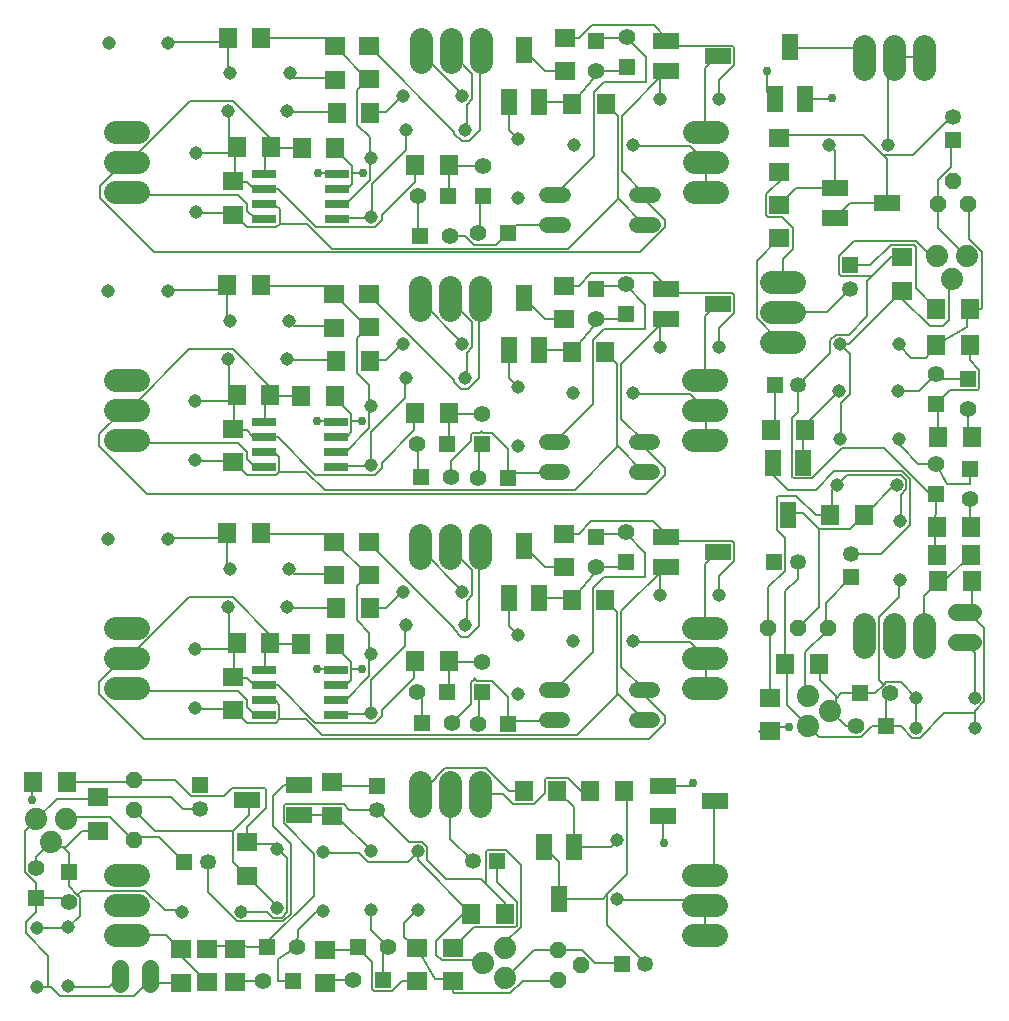
<source format=gbr>
G04 EAGLE Gerber X2 export*
%TF.Part,Single*%
%TF.FileFunction,Copper,L1,Top,Mixed*%
%TF.FilePolarity,Positive*%
%TF.GenerationSoftware,Autodesk,EAGLE,9.2.2*%
%TF.CreationDate,2019-03-12T14:11:56Z*%
G75*
%MOMM*%
%FSLAX34Y34*%
%LPD*%
%INTop Copper*%
%AMOC8*
5,1,8,0,0,1.08239X$1,22.5*%
G01*
%ADD10C,1.143000*%
%ADD11R,2.032000X0.660400*%
%ADD12R,1.803000X1.600000*%
%ADD13R,1.600000X1.803000*%
%ADD14C,1.408000*%
%ADD15R,1.408000X1.408000*%
%ADD16R,2.184400X1.320800*%
%ADD17C,1.955800*%
%ADD18C,1.320800*%
%ADD19R,1.320800X2.184400*%
%ADD20R,1.350000X1.350000*%
%ADD21C,1.350000*%
%ADD22C,1.879600*%
%ADD23P,1.429621X8X292.500000*%
%ADD24P,1.429621X8X112.500000*%
%ADD25C,1.422400*%
%ADD26P,1.429621X8X22.500000*%
%ADD27P,1.429621X8X202.500000*%
%ADD28C,0.152400*%
%ADD29C,0.756400*%
%ADD30C,0.203200*%


D10*
X334608Y899073D03*
X384608Y899073D03*
X305008Y874973D03*
X305008Y824973D03*
X235808Y946973D03*
X185808Y946973D03*
X132808Y972573D03*
X82808Y972573D03*
X381808Y927773D03*
X331808Y927773D03*
X234008Y914973D03*
X184008Y914973D03*
X156308Y878973D03*
X156308Y828973D03*
D11*
X275742Y823523D03*
X214274Y823523D03*
X275742Y836223D03*
X275742Y848923D03*
X214274Y836223D03*
X214274Y848923D03*
X275742Y861623D03*
X214274Y861623D03*
D12*
X303023Y941637D03*
X303023Y970077D03*
X273950Y969877D03*
X273950Y941437D03*
D13*
X211728Y977073D03*
X183288Y977073D03*
X304228Y913422D03*
X275788Y913422D03*
D12*
X188108Y855693D03*
X188108Y827253D03*
D13*
X370728Y869273D03*
X342288Y869273D03*
X191488Y884473D03*
X219928Y884473D03*
D14*
X371408Y809273D03*
D15*
X346008Y809273D03*
D14*
X344308Y842773D03*
D15*
X369708Y842773D03*
D14*
X399319Y868325D03*
D15*
X399319Y842925D03*
D14*
X395508Y811473D03*
D15*
X420908Y811473D03*
D16*
X554608Y973903D03*
X598608Y961173D03*
X554608Y948443D03*
D13*
X503599Y920751D03*
X475159Y920751D03*
D14*
X521108Y977973D03*
D15*
X521108Y952573D03*
D14*
X495508Y948573D03*
D15*
X495508Y973973D03*
D17*
X577967Y897304D02*
X597525Y897304D01*
X597525Y871904D02*
X577967Y871904D01*
X577967Y846504D02*
X597525Y846504D01*
X107525Y897304D02*
X87967Y897304D01*
X87967Y871904D02*
X107525Y871904D01*
X107525Y846504D02*
X87967Y846504D01*
X346946Y956443D02*
X346946Y976001D01*
X372346Y976001D02*
X372346Y956443D01*
X397746Y956443D02*
X397746Y976001D01*
D10*
X476501Y886102D03*
X526501Y886102D03*
D13*
X274661Y883509D03*
X246221Y883509D03*
D18*
X530159Y818797D02*
X543367Y818797D01*
X543367Y844197D02*
X530159Y844197D01*
X467167Y844197D02*
X453959Y844197D01*
X453959Y818797D02*
X467167Y818797D01*
D19*
X421895Y922251D03*
X434625Y966251D03*
X447355Y922251D03*
D12*
X468833Y948451D03*
X468833Y976891D03*
D10*
X429550Y891078D03*
X429550Y841078D03*
X549650Y924990D03*
X599650Y924990D03*
X334315Y689228D03*
X384315Y689228D03*
X304715Y665128D03*
X304715Y615128D03*
X235515Y737128D03*
X185515Y737128D03*
X132515Y762728D03*
X82515Y762728D03*
X381515Y717928D03*
X331515Y717928D03*
X233715Y705128D03*
X183715Y705128D03*
X156015Y669128D03*
X156015Y619128D03*
D11*
X275449Y613678D03*
X213981Y613678D03*
X275449Y626378D03*
X275449Y639078D03*
X213981Y626378D03*
X213981Y639078D03*
X275449Y651778D03*
X213981Y651778D03*
D12*
X302730Y731791D03*
X302730Y760231D03*
X273657Y760032D03*
X273657Y731592D03*
D13*
X211435Y767228D03*
X182995Y767228D03*
X303935Y703577D03*
X275495Y703577D03*
D12*
X187815Y645848D03*
X187815Y617408D03*
D13*
X370435Y659428D03*
X341995Y659428D03*
X191195Y674628D03*
X219635Y674628D03*
D14*
X372891Y605111D03*
D15*
X347491Y605111D03*
D14*
X344015Y632928D03*
D15*
X369415Y632928D03*
D14*
X399026Y658479D03*
D15*
X399026Y633079D03*
D14*
X395570Y604469D03*
D15*
X420970Y604469D03*
D16*
X554315Y764058D03*
X598315Y751328D03*
X554315Y738598D03*
D13*
X503307Y710905D03*
X474867Y710905D03*
D14*
X520815Y768128D03*
D15*
X520815Y742728D03*
D14*
X495215Y738728D03*
D15*
X495215Y764128D03*
D17*
X577674Y687458D02*
X597232Y687458D01*
X597232Y662058D02*
X577674Y662058D01*
X577674Y636658D02*
X597232Y636658D01*
X107232Y687458D02*
X87674Y687458D01*
X87674Y662058D02*
X107232Y662058D01*
X107232Y636658D02*
X87674Y636658D01*
X346653Y746597D02*
X346653Y766155D01*
X372053Y766155D02*
X372053Y746597D01*
X397453Y746597D02*
X397453Y766155D01*
D10*
X476208Y676256D03*
X526208Y676256D03*
D13*
X274368Y673663D03*
X245928Y673663D03*
D18*
X529867Y608952D02*
X543075Y608952D01*
X543075Y634352D02*
X529867Y634352D01*
X466875Y634352D02*
X453667Y634352D01*
X453667Y608952D02*
X466875Y608952D01*
D19*
X421602Y712405D03*
X434332Y756405D03*
X447062Y712405D03*
D12*
X468540Y738605D03*
X468540Y767045D03*
D10*
X429258Y681232D03*
X429258Y631232D03*
X549357Y715145D03*
X599357Y715145D03*
X334315Y479350D03*
X384315Y479350D03*
X304715Y455250D03*
X304715Y405250D03*
X235515Y527250D03*
X185515Y527250D03*
X132515Y552850D03*
X82515Y552850D03*
X381515Y508050D03*
X331515Y508050D03*
X233715Y495250D03*
X183715Y495250D03*
X156015Y459250D03*
X156015Y409250D03*
D11*
X275449Y403800D03*
X213981Y403800D03*
X275449Y416500D03*
X275449Y429200D03*
X213981Y416500D03*
X213981Y429200D03*
X275449Y441900D03*
X213981Y441900D03*
D12*
X302729Y521914D03*
X302729Y550354D03*
X273656Y550154D03*
X273656Y521714D03*
D13*
X211435Y557350D03*
X182995Y557350D03*
X303935Y493699D03*
X275495Y493699D03*
D12*
X187815Y435970D03*
X187815Y407530D03*
D13*
X370435Y449550D03*
X341995Y449550D03*
X191195Y464750D03*
X219635Y464750D03*
D14*
X373246Y396371D03*
D15*
X347846Y396371D03*
D14*
X344015Y423050D03*
D15*
X369415Y423050D03*
D14*
X399026Y448602D03*
D15*
X399026Y423202D03*
D14*
X395215Y396189D03*
D15*
X420615Y396189D03*
D16*
X554315Y554180D03*
X598315Y541450D03*
X554315Y528720D03*
D13*
X503306Y501028D03*
X474866Y501028D03*
D14*
X520815Y558250D03*
D15*
X520815Y532850D03*
D14*
X495215Y528850D03*
D15*
X495215Y554250D03*
D17*
X577673Y477581D02*
X597231Y477581D01*
X597231Y452181D02*
X577673Y452181D01*
X577673Y426781D02*
X597231Y426781D01*
X107231Y477581D02*
X87673Y477581D01*
X87673Y452181D02*
X107231Y452181D01*
X107231Y426781D02*
X87673Y426781D01*
X346652Y536720D02*
X346652Y556278D01*
X372052Y556278D02*
X372052Y536720D01*
X397452Y536720D02*
X397452Y556278D01*
D10*
X476208Y466379D03*
X526208Y466379D03*
D13*
X274368Y463786D03*
X245928Y463786D03*
D18*
X529866Y399074D02*
X543074Y399074D01*
X543074Y424474D02*
X529866Y424474D01*
X466874Y424474D02*
X453666Y424474D01*
X453666Y399074D02*
X466874Y399074D01*
D19*
X421601Y502528D03*
X434331Y546528D03*
X447061Y502528D03*
D12*
X468540Y528727D03*
X468540Y557167D03*
D10*
X429257Y471354D03*
X429257Y421354D03*
X549357Y505267D03*
X599357Y505267D03*
D16*
X552016Y343237D03*
X596016Y330507D03*
X552016Y317777D03*
D10*
X513151Y247394D03*
X513151Y297394D03*
D13*
X462368Y339237D03*
X433928Y339237D03*
D20*
X411086Y279825D03*
D21*
X391086Y279825D03*
D22*
X418629Y180688D03*
X399579Y193388D03*
X418629Y206088D03*
D23*
X463463Y179243D03*
X482513Y191943D03*
X463463Y204643D03*
D20*
X516963Y192424D03*
D21*
X536963Y192424D03*
D13*
X389684Y235106D03*
X418124Y235106D03*
D12*
X374500Y177898D03*
X374500Y206338D03*
D10*
X344253Y238180D03*
X344253Y288180D03*
D12*
X189513Y205549D03*
X189513Y177109D03*
D10*
X264305Y287698D03*
X264305Y237698D03*
D14*
X213338Y178235D03*
D15*
X238738Y178235D03*
D14*
X242532Y206818D03*
D15*
X217132Y206818D03*
D20*
X309574Y343233D03*
D21*
X309574Y323233D03*
D12*
X271540Y346431D03*
X271540Y317991D03*
D16*
X244002Y319219D03*
X200002Y331949D03*
X244002Y344679D03*
D24*
X104482Y348591D03*
X104482Y323191D03*
X104482Y297791D03*
D22*
X46650Y315073D03*
X33950Y296023D03*
X21250Y315073D03*
D20*
X146837Y278918D03*
D21*
X166837Y278918D03*
D12*
X343460Y177898D03*
X343460Y206338D03*
X166082Y205549D03*
X166082Y177109D03*
D13*
X19011Y346899D03*
X47451Y346899D03*
D12*
X199556Y296026D03*
X199556Y267586D03*
X73656Y305686D03*
X73656Y334126D03*
X143605Y176583D03*
X143605Y205023D03*
D14*
X48703Y245267D03*
D15*
X48703Y270667D03*
D14*
X21130Y274211D03*
D15*
X21130Y248811D03*
D10*
X21866Y173273D03*
X21866Y223273D03*
D20*
X160336Y343951D03*
D21*
X160336Y323951D03*
D10*
X224956Y290106D03*
X224956Y240106D03*
X194826Y236806D03*
X144826Y236806D03*
X304429Y238661D03*
X304429Y288661D03*
D14*
X289538Y179418D03*
D15*
X314938Y179418D03*
D14*
X318938Y206789D03*
D15*
X293538Y206789D03*
D13*
X490136Y339237D03*
X518576Y339237D03*
D12*
X265713Y204761D03*
X265713Y176321D03*
D17*
X577627Y267738D02*
X597185Y267738D01*
X597185Y242338D02*
X577627Y242338D01*
X577627Y216938D02*
X597185Y216938D01*
X107185Y267738D02*
X87627Y267738D01*
X87627Y242338D02*
X107185Y242338D01*
X107185Y216938D02*
X87627Y216938D01*
X346606Y326877D02*
X346606Y346435D01*
X372006Y346435D02*
X372006Y326877D01*
X397406Y326877D02*
X397406Y346435D01*
D19*
X476386Y292106D03*
X463656Y248106D03*
X450926Y292106D03*
D10*
X48507Y173788D03*
X48507Y223788D03*
D25*
X92080Y189684D02*
X92080Y175460D01*
X117480Y175460D02*
X117480Y189684D01*
D19*
X646599Y925122D03*
X659329Y969122D03*
X672059Y925122D03*
D10*
X742441Y886257D03*
X692441Y886257D03*
D12*
X650598Y835474D03*
X650598Y807034D03*
D20*
X710010Y784192D03*
D21*
X710010Y764192D03*
D22*
X809148Y791735D03*
X796448Y772685D03*
X783748Y791735D03*
D26*
X810593Y836569D03*
X797893Y855619D03*
X785193Y836569D03*
D20*
X797411Y890069D03*
D21*
X797411Y910069D03*
D12*
X754729Y762790D03*
X754729Y791230D03*
D13*
X811938Y747606D03*
X783498Y747606D03*
D10*
X751656Y717359D03*
X701656Y717359D03*
D13*
X784286Y562619D03*
X812726Y562619D03*
D10*
X702137Y637411D03*
X752137Y637411D03*
D14*
X811601Y586444D03*
D15*
X811601Y611844D03*
D14*
X783018Y615638D03*
D15*
X783018Y590238D03*
D20*
X646603Y682681D03*
D21*
X666603Y682681D03*
D13*
X643405Y644646D03*
X671845Y644646D03*
D19*
X670616Y617109D03*
X657886Y573109D03*
X645156Y617109D03*
D27*
X641244Y477588D03*
X666644Y477588D03*
X692044Y477588D03*
D22*
X674763Y419756D03*
X693813Y407056D03*
X674763Y394356D03*
D20*
X710918Y519943D03*
D21*
X710918Y539943D03*
D13*
X811938Y716566D03*
X783498Y716566D03*
X784286Y539188D03*
X812726Y539188D03*
D12*
X642729Y389842D03*
X642729Y418282D03*
D13*
X693809Y572662D03*
X722249Y572662D03*
X684149Y446762D03*
X655709Y446762D03*
X813253Y516711D03*
X784813Y516711D03*
D14*
X744569Y421809D03*
D15*
X719169Y421809D03*
D14*
X715625Y394236D03*
D15*
X741025Y394236D03*
D10*
X816355Y392284D03*
X766355Y392284D03*
D20*
X645884Y533443D03*
D21*
X665884Y533443D03*
D10*
X699729Y598062D03*
X749729Y598062D03*
X753029Y567933D03*
X753029Y517933D03*
X751174Y677535D03*
X701174Y677535D03*
D14*
X810418Y662644D03*
D15*
X810418Y688044D03*
D14*
X783047Y692044D03*
D15*
X783047Y666644D03*
D12*
X650598Y863242D03*
X650598Y891682D03*
D13*
X785075Y638819D03*
X813515Y638819D03*
D17*
X722097Y950733D02*
X722097Y970291D01*
X747497Y970291D02*
X747497Y950733D01*
X772897Y950733D02*
X772897Y970291D01*
X722097Y480291D02*
X722097Y460733D01*
X747497Y460733D02*
X747497Y480291D01*
X772897Y480291D02*
X772897Y460733D01*
X662958Y719712D02*
X643400Y719712D01*
X643400Y745112D02*
X662958Y745112D01*
X662958Y770512D02*
X643400Y770512D01*
D16*
X697729Y849492D03*
X741729Y836762D03*
X697729Y824032D03*
D10*
X816047Y418304D03*
X766047Y418304D03*
D25*
X800152Y465187D02*
X814376Y465187D01*
X814376Y490587D02*
X800152Y490587D01*
D28*
X213832Y824081D02*
X206212Y824081D01*
X200116Y830177D01*
X200116Y836273D01*
X192496Y843893D01*
X99532Y843893D01*
X98008Y845417D01*
X213832Y824081D02*
X214274Y823523D01*
X98008Y845417D02*
X97746Y846504D01*
X259552Y862181D02*
X274792Y862181D01*
X275742Y861623D01*
D29*
X259552Y862181D03*
D28*
X245836Y883517D02*
X221452Y883517D01*
X245836Y883517D02*
X246221Y883509D01*
X221452Y883517D02*
X219928Y884473D01*
X215356Y878945D02*
X215356Y862181D01*
X215356Y878945D02*
X219928Y883517D01*
X215356Y862181D02*
X214274Y861623D01*
X219928Y883517D02*
X219928Y884473D01*
X219928Y885041D02*
X219928Y891137D01*
X187924Y923141D01*
X151348Y923141D01*
X101056Y872849D01*
X98008Y872849D01*
X219928Y884473D02*
X219928Y885041D01*
X98008Y872849D02*
X97746Y871904D01*
X536920Y843893D02*
X536920Y839321D01*
X553684Y822557D01*
X553684Y816461D01*
X532348Y795125D01*
X120868Y795125D01*
X75148Y840845D01*
X75148Y851513D01*
X96484Y872849D01*
X536763Y844197D02*
X536920Y843893D01*
X97746Y871904D02*
X96484Y872849D01*
X517108Y863853D02*
X536763Y844197D01*
X517108Y863853D02*
X517108Y910943D01*
X554608Y948443D01*
D30*
X549650Y943486D01*
D28*
X549650Y924990D01*
X587676Y899205D02*
X587676Y951021D01*
X587676Y899205D02*
X588736Y898757D01*
X587676Y951021D02*
X598608Y961173D01*
X588736Y898757D02*
X587746Y897304D01*
X273268Y942953D02*
X239740Y942953D01*
X236692Y946001D01*
X273268Y942953D02*
X273950Y941437D01*
X236692Y946001D02*
X235808Y946973D01*
X183352Y949049D02*
X183352Y973433D01*
X183352Y976481D01*
X183352Y949049D02*
X184876Y947525D01*
X183352Y976481D02*
X183288Y977073D01*
X184876Y947525D02*
X185808Y946973D01*
X183352Y973433D02*
X133060Y973433D01*
X132808Y972573D01*
X183352Y973433D02*
X183288Y977073D01*
X305272Y913997D02*
X317464Y913997D01*
X331180Y927713D01*
X305272Y913997D02*
X304228Y913422D01*
X331180Y927713D02*
X331808Y927773D01*
X274792Y913997D02*
X235168Y913997D01*
X274792Y913997D02*
X275788Y913422D01*
X235168Y913997D02*
X234008Y914973D01*
X276316Y824081D02*
X303748Y824081D01*
X276316Y824081D02*
X275742Y823523D01*
X303748Y824081D02*
X305008Y824973D01*
X334228Y881993D02*
X334228Y898757D01*
X334228Y881993D02*
X305272Y853037D01*
X305272Y825605D01*
X334228Y898757D02*
X334608Y899073D01*
X305272Y825605D02*
X305008Y824973D01*
X189448Y878945D02*
X189448Y881993D01*
X189448Y878945D02*
X189448Y856085D01*
X189448Y881993D02*
X190972Y883517D01*
X189448Y856085D02*
X188108Y855693D01*
X190972Y883517D02*
X191488Y884473D01*
X189448Y878945D02*
X157444Y878945D01*
X156308Y878973D01*
X189448Y878945D02*
X191488Y884473D01*
X184876Y891137D02*
X184876Y913997D01*
X184876Y891137D02*
X190972Y885041D01*
X184876Y913997D02*
X184008Y914973D01*
X190972Y885041D02*
X191488Y884473D01*
X341848Y868277D02*
X341848Y854561D01*
X314416Y827129D01*
X314416Y822557D01*
X308320Y816461D01*
X258028Y816461D01*
X226024Y848465D01*
X215356Y848465D01*
X341848Y868277D02*
X342288Y869273D01*
X215356Y848465D02*
X214274Y848923D01*
X200116Y854561D02*
X189448Y854561D01*
X200116Y854561D02*
X204688Y849989D01*
X213832Y849989D01*
X189448Y854561D02*
X188108Y855693D01*
X213832Y849989D02*
X214274Y848923D01*
X344896Y842369D02*
X344896Y810365D01*
X344896Y842369D02*
X344308Y842773D01*
X344896Y810365D02*
X346008Y809273D01*
X396712Y811889D02*
X396712Y840845D01*
X398236Y842369D01*
X396712Y811889D02*
X395508Y811473D01*
X398236Y842369D02*
X399319Y842925D01*
X370804Y843893D02*
X370804Y868277D01*
X370804Y843893D02*
X369708Y842773D01*
X370804Y868277D02*
X398236Y868277D01*
X399319Y868325D01*
X370804Y868277D02*
X370728Y869273D01*
X283936Y836273D02*
X276316Y836273D01*
X283936Y836273D02*
X303748Y856085D01*
X303748Y874373D01*
X276316Y836273D02*
X275742Y836223D01*
X303748Y874373D02*
X305008Y874973D01*
X302224Y941429D02*
X274792Y968861D01*
X273950Y969877D01*
X267172Y976481D02*
X212308Y976481D01*
X267172Y976481D02*
X273268Y970385D01*
X212308Y976481D02*
X211728Y977073D01*
X273268Y970385D02*
X273950Y969877D01*
X303748Y892661D02*
X303748Y875897D01*
X303748Y892661D02*
X293080Y903329D01*
X293080Y932285D01*
X302224Y941429D01*
X303748Y875897D02*
X305008Y874973D01*
X302224Y941429D02*
X303023Y941637D01*
X527776Y885041D02*
X575020Y885041D01*
X587212Y872849D01*
X527776Y885041D02*
X526501Y886102D01*
X587212Y872849D02*
X587746Y871904D01*
X588736Y871325D02*
X588736Y846941D01*
X587746Y846504D01*
X588736Y871325D02*
X587746Y871904D01*
X187924Y828653D02*
X157444Y828653D01*
X187924Y828653D02*
X188108Y827253D01*
X157444Y828653D02*
X156308Y828973D01*
X215356Y834749D02*
X224500Y834749D01*
X227548Y831701D01*
X227548Y819509D01*
X224500Y816461D01*
X200116Y816461D01*
X189448Y827129D01*
X214274Y836223D02*
X215356Y834749D01*
X189448Y827129D02*
X188108Y827253D01*
X514060Y840845D02*
X535396Y819509D01*
X536763Y818797D01*
X250408Y819509D02*
X227548Y819509D01*
X250408Y819509D02*
X271744Y798173D01*
X471388Y798173D01*
X513480Y840265D02*
X514060Y840845D01*
X513480Y840265D02*
X471388Y798173D01*
X513480Y910871D02*
X503599Y920751D01*
X513480Y910871D02*
X513480Y840265D01*
X459196Y817985D02*
X427192Y817985D01*
X421096Y811889D01*
X459196Y817985D02*
X460563Y818797D01*
X421096Y811889D02*
X420908Y811473D01*
X384520Y808841D02*
X372328Y808841D01*
X384520Y808841D02*
X392140Y801221D01*
X410428Y801221D01*
X419572Y810365D01*
X372328Y808841D02*
X371408Y809273D01*
X419572Y810365D02*
X420908Y811473D01*
X460563Y844197D02*
X460720Y845417D01*
X494248Y973433D02*
X495508Y973973D01*
X497296Y976481D02*
X520156Y976481D01*
X497296Y976481D02*
X495772Y974957D01*
X520156Y976481D02*
X520709Y977349D01*
X521108Y977973D01*
X495772Y974957D02*
X495541Y974096D01*
X495508Y973973D01*
X495541Y974096D02*
X494699Y974096D01*
X493313Y876947D02*
X460563Y844197D01*
X537442Y939848D02*
X537442Y960616D01*
X520709Y977349D01*
X493313Y930713D02*
X493313Y876947D01*
X493313Y930713D02*
X502448Y939848D01*
X537442Y939848D01*
X495558Y948573D02*
X495508Y948573D01*
X495558Y948573D02*
X517108Y948573D01*
X521108Y952573D01*
X475866Y921582D02*
X475159Y920751D01*
X475866Y921582D02*
X497304Y946827D01*
X495558Y948573D01*
X475197Y922251D02*
X447355Y922251D01*
X475197Y922251D02*
X475866Y921582D01*
X381472Y929237D02*
X347944Y962765D01*
X347944Y965813D01*
X381472Y929237D02*
X381808Y927773D01*
X347944Y965813D02*
X346946Y966222D01*
X386044Y920093D02*
X386044Y900281D01*
X386044Y920093D02*
X390616Y924665D01*
X390616Y946001D01*
X373852Y962765D01*
X373852Y965813D01*
X386044Y900281D02*
X384608Y899073D01*
X373852Y965813D02*
X372346Y966222D01*
X303748Y968861D02*
X375376Y897233D01*
X375376Y895709D01*
X381472Y889613D01*
X387568Y889613D01*
X396712Y898757D01*
X396712Y965813D01*
X303748Y968861D02*
X303023Y970077D01*
X396712Y965813D02*
X397746Y966222D01*
X288508Y868277D02*
X274792Y881993D01*
X288508Y862181D02*
X288508Y853037D01*
X288508Y862181D02*
X288508Y868277D01*
X288508Y853037D02*
X285460Y849989D01*
X276316Y849989D01*
X274792Y881993D02*
X274661Y883509D01*
X276316Y849989D02*
X275742Y848923D01*
X288508Y862181D02*
X297652Y862181D01*
D29*
X297652Y862181D03*
D28*
X434625Y966251D02*
X452425Y948451D01*
X468833Y948451D01*
X468833Y976891D02*
X481112Y976891D01*
X491521Y987300D01*
X544128Y987300D01*
X558832Y972595D02*
X558832Y972170D01*
X558832Y970455D01*
X554608Y976819D02*
X544128Y987300D01*
X554608Y976819D02*
X554608Y973903D01*
D30*
X610582Y970317D02*
X612070Y968830D01*
X612070Y953517D01*
X558194Y970317D02*
X554608Y973903D01*
X558194Y970317D02*
X610582Y970317D01*
X612070Y953517D02*
X599650Y941098D01*
X599650Y924990D01*
D28*
X557099Y973903D02*
X554608Y973903D01*
X557099Y973903D02*
X558832Y972170D01*
X429550Y891078D02*
X421895Y898733D01*
X421895Y922251D01*
X213539Y614235D02*
X205919Y614235D01*
X199823Y620331D01*
X199823Y626427D01*
X192203Y634047D01*
X99239Y634047D01*
X97715Y635571D01*
X213539Y614235D02*
X213981Y613678D01*
X97715Y635571D02*
X97453Y636658D01*
X259259Y652335D02*
X274499Y652335D01*
X275449Y651778D01*
D29*
X259259Y652335D03*
D28*
X245543Y673671D02*
X221159Y673671D01*
X245543Y673671D02*
X245928Y673663D01*
X221159Y673671D02*
X219635Y674628D01*
X215063Y669099D02*
X215063Y652335D01*
X215063Y669099D02*
X219635Y673671D01*
X215063Y652335D02*
X213981Y651778D01*
X219635Y673671D02*
X219635Y674628D01*
X219635Y675195D02*
X219635Y681291D01*
X187631Y713295D01*
X151055Y713295D01*
X100763Y663003D01*
X97715Y663003D01*
X219635Y674628D02*
X219635Y675195D01*
X97715Y663003D02*
X97453Y662058D01*
X536627Y634047D02*
X536627Y629475D01*
X553391Y612711D01*
X553391Y606615D01*
X537738Y590963D01*
X114892Y590963D01*
X74855Y630999D01*
X74855Y641667D01*
X96191Y663003D01*
X536471Y634352D02*
X536627Y634047D01*
X97453Y662058D02*
X96191Y663003D01*
X516815Y654007D02*
X536471Y634352D01*
X516815Y654007D02*
X516815Y701098D01*
X554315Y738598D01*
D30*
X549357Y733640D01*
D28*
X549357Y715145D01*
X587383Y689359D02*
X587383Y741175D01*
X587383Y689359D02*
X588443Y688911D01*
X587383Y741175D02*
X598315Y751328D01*
X588443Y688911D02*
X587453Y687458D01*
X272975Y733107D02*
X239447Y733107D01*
X236399Y736155D01*
X272975Y733107D02*
X273657Y731592D01*
X236399Y736155D02*
X235515Y737128D01*
X183059Y739203D02*
X183059Y763587D01*
X183059Y766635D01*
X183059Y739203D02*
X184583Y737679D01*
X183059Y766635D02*
X182995Y767228D01*
X184583Y737679D02*
X185515Y737128D01*
X183059Y763587D02*
X132767Y763587D01*
X132515Y762728D01*
X183059Y763587D02*
X182995Y767228D01*
X304979Y704151D02*
X317171Y704151D01*
X330887Y717867D01*
X304979Y704151D02*
X303935Y703577D01*
X330887Y717867D02*
X331515Y717928D01*
X274499Y704151D02*
X234875Y704151D01*
X274499Y704151D02*
X275495Y703577D01*
X234875Y704151D02*
X233715Y705128D01*
X276023Y614235D02*
X303455Y614235D01*
X276023Y614235D02*
X275449Y613678D01*
X303455Y614235D02*
X304715Y615128D01*
X333935Y672147D02*
X333935Y688911D01*
X333935Y672147D02*
X304979Y643191D01*
X304979Y615759D01*
X333935Y688911D02*
X334315Y689228D01*
X304979Y615759D02*
X304715Y615128D01*
X189155Y669099D02*
X189155Y672147D01*
X189155Y669099D02*
X189155Y646239D01*
X189155Y672147D02*
X190679Y673671D01*
X189155Y646239D02*
X187815Y645848D01*
X190679Y673671D02*
X191195Y674628D01*
X189155Y669099D02*
X157151Y669099D01*
X156015Y669128D01*
X189155Y669099D02*
X191195Y674628D01*
X184583Y681291D02*
X184583Y704151D01*
X184583Y681291D02*
X190679Y675195D01*
X184583Y704151D02*
X183715Y705128D01*
X190679Y675195D02*
X191195Y674628D01*
X341555Y658431D02*
X341555Y644715D01*
X314123Y617283D01*
X314123Y612711D01*
X308027Y606615D01*
X257735Y606615D01*
X225731Y638619D01*
X215063Y638619D01*
X341555Y658431D02*
X341995Y659428D01*
X215063Y638619D02*
X213981Y639078D01*
X199823Y644715D02*
X189155Y644715D01*
X199823Y644715D02*
X204395Y640143D01*
X213539Y640143D01*
X189155Y644715D02*
X187815Y645848D01*
X213539Y640143D02*
X213981Y639078D01*
X344603Y632523D02*
X344603Y607946D01*
X344603Y632523D02*
X344015Y632928D01*
X344603Y607946D02*
X347491Y605111D01*
X396419Y604762D02*
X396419Y630999D01*
X397943Y632523D01*
X396419Y604762D02*
X395570Y604469D01*
X397943Y632523D02*
X399026Y633079D01*
X370511Y634047D02*
X370511Y658431D01*
X370511Y634047D02*
X369415Y632928D01*
X370511Y658431D02*
X397943Y658431D01*
X399026Y658479D01*
X370511Y658431D02*
X370435Y659428D01*
X283643Y626427D02*
X276023Y626427D01*
X283643Y626427D02*
X303455Y646239D01*
X303455Y664527D01*
X276023Y626427D02*
X275449Y626378D01*
X303455Y664527D02*
X304715Y665128D01*
X301931Y731583D02*
X274499Y759015D01*
X273657Y760032D01*
X266879Y766635D02*
X212015Y766635D01*
X266879Y766635D02*
X272975Y760539D01*
X212015Y766635D02*
X211435Y767228D01*
X272975Y760539D02*
X273657Y760032D01*
X303455Y682815D02*
X303455Y666051D01*
X303455Y682815D02*
X292787Y693483D01*
X292787Y722439D01*
X301931Y731583D01*
X303455Y666051D02*
X304715Y665128D01*
X301931Y731583D02*
X302730Y731791D01*
X527483Y675195D02*
X574727Y675195D01*
X586919Y663003D01*
X527483Y675195D02*
X526208Y676256D01*
X586919Y663003D02*
X587453Y662058D01*
X588443Y661479D02*
X588443Y637095D01*
X587453Y636658D01*
X588443Y661479D02*
X587453Y662058D01*
X187631Y618807D02*
X157151Y618807D01*
X187631Y618807D02*
X187815Y617408D01*
X157151Y618807D02*
X156015Y619128D01*
X215063Y624903D02*
X224207Y624903D01*
X227255Y621855D01*
X227255Y609663D01*
X224207Y606615D01*
X199823Y606615D01*
X189155Y617283D01*
X213981Y626378D02*
X215063Y624903D01*
X189155Y617283D02*
X187815Y617408D01*
X513767Y630999D02*
X535103Y609663D01*
X536471Y608952D01*
X250115Y609663D02*
X227255Y609663D01*
X250115Y609663D02*
X265412Y594366D01*
X477134Y594366D01*
X513187Y630419D02*
X513767Y630999D01*
X513187Y630419D02*
X477134Y594366D01*
X513187Y701025D02*
X503307Y710905D01*
X513187Y701025D02*
X513187Y630419D01*
X458903Y608139D02*
X426899Y608139D01*
X420803Y602043D01*
X458903Y608139D02*
X460271Y608952D01*
X420970Y604469D02*
X420803Y604099D01*
X373811Y604678D02*
X372891Y605111D01*
X419634Y603361D02*
X420970Y604469D01*
X372891Y605111D02*
X372891Y618360D01*
X389700Y635169D01*
X389700Y641066D01*
X391039Y642405D01*
X396937Y642405D01*
X398175Y643644D01*
X399413Y642405D01*
X407013Y642405D01*
X420803Y628615D01*
X420803Y604099D01*
X420803Y602043D01*
X460271Y634352D02*
X460427Y635571D01*
X493955Y763587D02*
X495215Y764128D01*
X497003Y766635D02*
X519863Y766635D01*
X497003Y766635D02*
X495479Y765111D01*
X519863Y766635D02*
X520417Y767503D01*
X520815Y768128D01*
X495479Y765111D02*
X495248Y764250D01*
X495215Y764128D01*
X495248Y764250D02*
X494406Y764250D01*
X493021Y667102D02*
X460271Y634352D01*
X537149Y730002D02*
X537149Y750770D01*
X520417Y767503D01*
X493021Y720867D02*
X493021Y667102D01*
X493021Y720867D02*
X502156Y730002D01*
X537149Y730002D01*
X495265Y738728D02*
X495215Y738728D01*
X495265Y738728D02*
X516815Y738728D01*
X520815Y742728D01*
X475573Y711737D02*
X474867Y710905D01*
X475573Y711737D02*
X497011Y736982D01*
X495265Y738728D01*
X474905Y712405D02*
X447062Y712405D01*
X474905Y712405D02*
X475573Y711737D01*
X381179Y719391D02*
X347651Y752919D01*
X347651Y755967D01*
X381179Y719391D02*
X381515Y717928D01*
X347651Y755967D02*
X346653Y756376D01*
X385751Y710247D02*
X385751Y690435D01*
X385751Y710247D02*
X390323Y714819D01*
X390323Y736155D01*
X373559Y752919D01*
X373559Y755967D01*
X385751Y690435D02*
X384315Y689228D01*
X373559Y755967D02*
X372053Y756376D01*
X303455Y759015D02*
X375083Y687387D01*
X375083Y685863D01*
X381179Y679767D01*
X387275Y679767D01*
X396419Y688911D01*
X396419Y755967D01*
X303455Y759015D02*
X302730Y760231D01*
X396419Y755967D02*
X397453Y756376D01*
X288215Y658431D02*
X274499Y672147D01*
X288215Y652335D02*
X288215Y643191D01*
X288215Y652335D02*
X288215Y658431D01*
X288215Y643191D02*
X285167Y640143D01*
X276023Y640143D01*
X274499Y672147D02*
X274368Y673663D01*
X276023Y640143D02*
X275449Y639078D01*
X288215Y652335D02*
X297359Y652335D01*
D29*
X297359Y652335D03*
D28*
X434332Y756405D02*
X452132Y738605D01*
X468540Y738605D01*
X468540Y767045D02*
X480819Y767045D01*
X491228Y777454D01*
X543835Y777454D01*
X558540Y762749D02*
X558540Y760609D01*
X554315Y766974D02*
X543835Y777454D01*
X554315Y766974D02*
X554315Y764058D01*
D30*
X610289Y760472D02*
X611777Y758984D01*
X611777Y743672D01*
X557901Y760472D02*
X554315Y764058D01*
X557901Y760472D02*
X610289Y760472D01*
X611777Y743672D02*
X599357Y731252D01*
X599357Y715145D01*
D28*
X557231Y764058D02*
X554315Y764058D01*
X557231Y764058D02*
X558540Y762749D01*
X429258Y681232D02*
X421602Y688887D01*
X421602Y712405D01*
X213539Y404358D02*
X205919Y404358D01*
X199823Y410454D01*
X199823Y416550D01*
X192203Y424170D01*
X99239Y424170D01*
X97715Y425694D01*
X213539Y404358D02*
X213981Y403800D01*
X97715Y425694D02*
X97452Y426781D01*
X259259Y442458D02*
X274499Y442458D01*
X275449Y441900D01*
D29*
X259259Y442458D03*
D28*
X245543Y463794D02*
X221159Y463794D01*
X245543Y463794D02*
X245928Y463786D01*
X221159Y463794D02*
X219635Y464750D01*
X215063Y459222D02*
X215063Y442458D01*
X215063Y459222D02*
X219635Y463794D01*
X215063Y442458D02*
X213981Y441900D01*
X219635Y463794D02*
X219635Y464750D01*
X219635Y465318D02*
X219635Y471414D01*
X187631Y503418D01*
X151055Y503418D01*
X100763Y453126D01*
X97715Y453126D01*
X219635Y464750D02*
X219635Y465318D01*
X97715Y453126D02*
X97452Y452181D01*
X536627Y424170D02*
X536627Y419598D01*
X553391Y402834D01*
X553391Y396738D01*
X539946Y383293D01*
X112684Y383293D01*
X74855Y421122D01*
X74855Y431790D01*
X96191Y453126D01*
X536470Y424474D02*
X536627Y424170D01*
X97452Y452181D02*
X96191Y453126D01*
X516815Y444130D02*
X536470Y424474D01*
X516815Y444130D02*
X516815Y491220D01*
X554315Y528720D01*
D30*
X549357Y523763D01*
D28*
X549357Y505267D01*
X587383Y479482D02*
X587383Y531298D01*
X587383Y479482D02*
X588443Y479034D01*
X587383Y531298D02*
X598315Y541450D01*
X588443Y479034D02*
X587452Y477581D01*
X272975Y523230D02*
X239447Y523230D01*
X236399Y526278D01*
X272975Y523230D02*
X273656Y521714D01*
X236399Y526278D02*
X235515Y527250D01*
X183059Y529326D02*
X183059Y553710D01*
X183059Y556758D01*
X183059Y529326D02*
X184583Y527802D01*
X183059Y556758D02*
X182995Y557350D01*
X184583Y527802D02*
X185515Y527250D01*
X183059Y553710D02*
X132767Y553710D01*
X132515Y552850D01*
X183059Y553710D02*
X182995Y557350D01*
X304979Y494274D02*
X317171Y494274D01*
X330887Y507990D01*
X304979Y494274D02*
X303935Y493699D01*
X330887Y507990D02*
X331515Y508050D01*
X274499Y494274D02*
X234875Y494274D01*
X274499Y494274D02*
X275495Y493699D01*
X234875Y494274D02*
X233715Y495250D01*
X276023Y404358D02*
X303455Y404358D01*
X276023Y404358D02*
X275449Y403800D01*
X303455Y404358D02*
X304715Y405250D01*
X333935Y462270D02*
X333935Y479034D01*
X333935Y462270D02*
X304979Y433314D01*
X304979Y405882D01*
X333935Y479034D02*
X334315Y479350D01*
X304979Y405882D02*
X304715Y405250D01*
X189155Y459222D02*
X189155Y462270D01*
X189155Y459222D02*
X189155Y436362D01*
X189155Y462270D02*
X190679Y463794D01*
X189155Y436362D02*
X187815Y435970D01*
X190679Y463794D02*
X191195Y464750D01*
X189155Y459222D02*
X157151Y459222D01*
X156015Y459250D01*
X189155Y459222D02*
X191195Y464750D01*
X184583Y471414D02*
X184583Y494274D01*
X184583Y471414D02*
X190679Y465318D01*
X184583Y494274D02*
X183715Y495250D01*
X190679Y465318D02*
X191195Y464750D01*
X341555Y448554D02*
X341555Y434838D01*
X314123Y407406D01*
X314123Y402834D01*
X308027Y396738D01*
X257735Y396738D01*
X225731Y428742D01*
X215063Y428742D01*
X341555Y448554D02*
X341995Y449550D01*
X215063Y428742D02*
X213981Y429200D01*
X199823Y434838D02*
X189155Y434838D01*
X199823Y434838D02*
X204395Y430266D01*
X213539Y430266D01*
X189155Y434838D02*
X187815Y435970D01*
X213539Y430266D02*
X213981Y429200D01*
X344015Y423050D02*
X344603Y422646D01*
X344015Y423050D02*
X347846Y419219D01*
X347846Y396371D01*
X396419Y396604D02*
X396419Y421122D01*
X397943Y422646D01*
X396419Y396604D02*
X395215Y396189D01*
X397943Y422646D02*
X399026Y423202D01*
X370511Y424170D02*
X370511Y448554D01*
X370511Y424170D02*
X369415Y423050D01*
X370511Y448554D02*
X397943Y448554D01*
X399026Y448602D01*
X370511Y448554D02*
X370435Y449550D01*
X283643Y416550D02*
X276023Y416550D01*
X283643Y416550D02*
X303455Y436362D01*
X303455Y454650D01*
X276023Y416550D02*
X275449Y416500D01*
X303455Y454650D02*
X304715Y455250D01*
X301931Y521706D02*
X274499Y549138D01*
X273656Y550154D01*
X266879Y556758D02*
X212015Y556758D01*
X266879Y556758D02*
X272975Y550662D01*
X212015Y556758D02*
X211435Y557350D01*
X272975Y550662D02*
X273656Y550154D01*
X303455Y472938D02*
X303455Y456174D01*
X303455Y472938D02*
X292787Y483606D01*
X292787Y512562D01*
X301931Y521706D01*
X303455Y456174D02*
X304715Y455250D01*
X301931Y521706D02*
X302729Y521914D01*
X527483Y465318D02*
X574727Y465318D01*
X586919Y453126D01*
X527483Y465318D02*
X526208Y466379D01*
X586919Y453126D02*
X587452Y452181D01*
X588443Y451602D02*
X588443Y427218D01*
X587452Y426781D01*
X588443Y451602D02*
X587452Y452181D01*
X187631Y408930D02*
X157151Y408930D01*
X187631Y408930D02*
X187815Y407530D01*
X157151Y408930D02*
X156015Y409250D01*
X215063Y415026D02*
X224207Y415026D01*
X227255Y411978D01*
X227255Y399786D01*
X224207Y396738D01*
X199823Y396738D01*
X189155Y407406D01*
X213981Y416500D02*
X215063Y415026D01*
X189155Y407406D02*
X187815Y407530D01*
X513767Y421122D02*
X535103Y399786D01*
X536470Y399074D01*
X250115Y399786D02*
X227255Y399786D01*
X250115Y399786D02*
X263313Y386587D01*
X479232Y386587D01*
X513186Y420541D02*
X513767Y421122D01*
X513186Y420541D02*
X479232Y386587D01*
X513186Y491147D02*
X503306Y501028D01*
X513186Y491147D02*
X513186Y420541D01*
X458903Y398262D02*
X426899Y398262D01*
X458903Y398262D02*
X460270Y399074D01*
X426899Y398262D02*
X422316Y396189D01*
X420615Y396189D01*
X389700Y412824D02*
X373246Y396371D01*
X389700Y412824D02*
X389700Y431189D01*
X392077Y433566D02*
X392077Y434743D01*
X392077Y433566D02*
X389700Y431189D01*
X392077Y434743D02*
X394292Y432528D01*
X407012Y432528D01*
X420615Y418926D01*
X420615Y396189D01*
X460270Y424474D02*
X460427Y425694D01*
X493955Y553710D02*
X495215Y554250D01*
X497003Y556758D02*
X519863Y556758D01*
X497003Y556758D02*
X495479Y555234D01*
X519863Y556758D02*
X520416Y557625D01*
X520815Y558250D01*
X495479Y555234D02*
X495248Y554373D01*
X495215Y554250D01*
X495248Y554373D02*
X494406Y554373D01*
X493020Y457224D02*
X460270Y424474D01*
X537149Y520125D02*
X537149Y540893D01*
X520416Y557625D01*
X493020Y510990D02*
X493020Y457224D01*
X493020Y510990D02*
X502155Y520125D01*
X537149Y520125D01*
X495265Y528850D02*
X495215Y528850D01*
X495265Y528850D02*
X516815Y528850D01*
X520815Y532850D01*
X475572Y501859D02*
X474866Y501028D01*
X475572Y501859D02*
X497011Y527104D01*
X495265Y528850D01*
X474904Y502528D02*
X447061Y502528D01*
X474904Y502528D02*
X475572Y501859D01*
X381179Y509514D02*
X347651Y543042D01*
X347651Y546090D01*
X381179Y509514D02*
X381515Y508050D01*
X347651Y546090D02*
X346652Y546499D01*
X385751Y500370D02*
X385751Y480558D01*
X385751Y500370D02*
X390323Y504942D01*
X390323Y526278D01*
X373559Y543042D01*
X373559Y546090D01*
X385751Y480558D02*
X384315Y479350D01*
X373559Y546090D02*
X372052Y546499D01*
X303455Y549138D02*
X375083Y477510D01*
X375083Y475986D01*
X381179Y469890D01*
X387275Y469890D01*
X396419Y479034D01*
X396419Y546090D01*
X303455Y549138D02*
X302729Y550354D01*
X396419Y546090D02*
X397452Y546499D01*
X288215Y448554D02*
X274499Y462270D01*
X288215Y442458D02*
X288215Y433314D01*
X288215Y442458D02*
X288215Y448554D01*
X288215Y433314D02*
X285167Y430266D01*
X276023Y430266D01*
X274499Y462270D02*
X274368Y463786D01*
X276023Y430266D02*
X275449Y429200D01*
X288215Y442458D02*
X297359Y442458D01*
D29*
X297359Y442458D03*
D28*
X434331Y546528D02*
X452132Y528727D01*
X468540Y528727D01*
X468540Y557167D02*
X480819Y557167D01*
X491228Y567576D01*
X543835Y567576D01*
X558539Y552872D02*
X558539Y550732D01*
X554315Y557096D02*
X543835Y567576D01*
X554315Y557096D02*
X554315Y554180D01*
D30*
X610289Y550594D02*
X611777Y549106D01*
X611777Y533794D01*
X557901Y550594D02*
X554315Y554180D01*
X557901Y550594D02*
X610289Y550594D01*
X611777Y533794D02*
X599357Y521374D01*
X599357Y505267D01*
D28*
X555623Y552872D02*
X554315Y554180D01*
X555623Y552872D02*
X558539Y552872D01*
X429257Y471354D02*
X421601Y479010D01*
X421601Y502528D01*
X97956Y216782D02*
X97406Y216938D01*
X143605Y205023D02*
X143605Y204245D01*
X143605Y199586D01*
X166082Y177109D01*
X130912Y216938D02*
X97406Y216938D01*
X130912Y216938D02*
X143605Y204245D01*
X265713Y206114D02*
X273216Y206114D01*
X265713Y206114D02*
X265713Y204761D01*
X504864Y251834D02*
X521628Y268598D01*
X504864Y251834D02*
X504864Y225926D01*
X517844Y340073D02*
X517876Y344094D01*
X517844Y340073D02*
X517812Y336069D01*
X518576Y339237D01*
X19011Y346899D02*
X17355Y345243D01*
X17355Y331974D01*
D29*
X17355Y331974D03*
D28*
X536963Y193827D02*
X536963Y192424D01*
X536963Y193827D02*
X504864Y225926D01*
D30*
X521628Y268598D02*
X521628Y318644D01*
D28*
X501136Y248106D02*
X463656Y248106D01*
X501136Y248106D02*
X504864Y251834D01*
X463656Y279376D02*
X450926Y292106D01*
X463656Y279376D02*
X463656Y248106D01*
X521628Y318644D02*
X521628Y336289D01*
X517844Y340073D01*
X166837Y278918D02*
X166837Y253480D01*
X191512Y228805D01*
X230113Y228805D01*
X236640Y235331D01*
X236640Y294014D01*
X306951Y170092D02*
X322925Y170092D01*
X306951Y170092D02*
X305612Y171431D01*
X330731Y177898D02*
X343460Y177898D01*
X330731Y177898D02*
X322925Y170092D01*
X305612Y194715D02*
X294013Y206314D01*
X293538Y206789D01*
X305612Y194715D02*
X305612Y171431D01*
X236640Y294014D02*
X221475Y309179D01*
X221475Y335295D01*
X230860Y344679D02*
X244002Y344679D01*
X230860Y344679D02*
X221475Y335295D01*
X265713Y204761D02*
X292459Y204761D01*
X294013Y206314D01*
X550584Y318890D02*
X551692Y318028D01*
X552016Y317777D01*
D29*
X552441Y294997D03*
D28*
X551692Y295746D01*
X551692Y318028D01*
X594780Y329558D02*
X594780Y274694D01*
X588684Y268598D01*
X594780Y329558D02*
X596016Y330507D01*
X588684Y268598D02*
X587406Y267738D01*
X582588Y247262D02*
X514008Y247262D01*
X582588Y247262D02*
X587160Y242690D01*
X514008Y247262D02*
X513151Y247394D01*
X587160Y242690D02*
X587406Y242338D01*
X587160Y241166D02*
X587160Y218306D01*
X587406Y216938D01*
X587160Y241166D02*
X587406Y242338D01*
X513015Y297427D02*
X512484Y297554D01*
X513015Y297427D02*
X513151Y297394D01*
D30*
X513015Y297427D02*
X512115Y297427D01*
D28*
X507694Y292106D02*
X476386Y292106D01*
X507694Y292106D02*
X513015Y297427D01*
X476386Y292106D02*
X476386Y325220D01*
X462368Y339237D01*
X367009Y358500D02*
X359941Y351433D01*
X359941Y349991D01*
X421667Y339237D02*
X433928Y339237D01*
X421667Y339237D02*
X402404Y358500D01*
X367009Y358500D01*
X359941Y349991D02*
X346606Y336656D01*
X372006Y336656D02*
X372006Y298905D01*
X391086Y279825D01*
X374500Y206850D02*
X374500Y206338D01*
X428410Y225144D02*
X428410Y245068D01*
X428410Y225144D02*
X427071Y223805D01*
X391968Y223805D02*
X374500Y206338D01*
X411086Y262392D02*
X411086Y279825D01*
X411086Y262392D02*
X428410Y245068D01*
X427071Y223805D02*
X391968Y223805D01*
X442380Y204590D02*
X462192Y204590D01*
X442380Y204590D02*
X419520Y181730D01*
X462192Y204590D02*
X463463Y204643D01*
X419520Y181730D02*
X418629Y180688D01*
X494196Y193922D02*
X515532Y193922D01*
X494196Y193922D02*
X483528Y204590D01*
X463716Y204590D01*
X515532Y193922D02*
X516963Y192424D01*
X463716Y204590D02*
X463463Y204643D01*
X344844Y286886D02*
X344253Y288180D01*
X294552Y286886D02*
X265596Y286886D01*
X294552Y286886D02*
X302172Y279266D01*
X335700Y279266D01*
X343320Y286886D01*
X265596Y286886D02*
X264305Y287698D01*
X343320Y286886D02*
X344253Y288180D01*
X396915Y196052D02*
X399579Y193388D01*
X396915Y196052D02*
X364538Y196052D01*
X360070Y200520D01*
X360070Y212156D01*
X383020Y235106D01*
X389684Y235106D01*
X344253Y280537D02*
X344253Y288180D01*
X344253Y280537D02*
X389684Y235106D01*
X332652Y227450D02*
X332652Y215393D01*
X332652Y227450D02*
X343320Y238118D01*
X332652Y215393D02*
X343460Y206338D01*
X343320Y238118D02*
X344253Y238180D01*
X359240Y180206D02*
X374500Y180206D01*
X374500Y177898D01*
X359240Y180206D02*
X343460Y206338D01*
X433236Y178682D02*
X462192Y178682D01*
X433236Y178682D02*
X422568Y168014D01*
X375324Y168014D01*
X374500Y168837D01*
X462192Y178682D02*
X463463Y179243D01*
X374500Y177898D02*
X374500Y168837D01*
X272048Y345927D02*
X271540Y346431D01*
X274738Y343233D01*
X309574Y343233D01*
X269727Y318890D02*
X244120Y318890D01*
X269727Y318890D02*
X271540Y317991D01*
X244120Y318890D02*
X244002Y319219D01*
X279706Y313923D02*
X303696Y289934D01*
X304429Y288661D01*
X279706Y313923D02*
X271540Y317991D01*
X104482Y300106D02*
X104482Y297791D01*
X104482Y300106D02*
X100656Y300106D01*
X83396Y317366D01*
X48943Y317366D02*
X46650Y315073D01*
X48943Y317366D02*
X83396Y317366D01*
X125649Y300106D02*
X146837Y278918D01*
X125649Y300106D02*
X104482Y300106D01*
X48415Y347639D02*
X47451Y346899D01*
X200064Y294506D02*
X221400Y294506D01*
X224448Y291458D01*
X200064Y294506D02*
X199556Y296026D01*
X224448Y291458D02*
X224956Y290106D01*
X216828Y236594D02*
X195492Y236594D01*
X216828Y236594D02*
X221400Y232022D01*
X229020Y232022D01*
X233592Y236594D01*
X233592Y282314D01*
X225972Y289934D01*
X195492Y236594D02*
X194826Y236806D01*
X224956Y290106D02*
X225972Y289934D01*
X216164Y325055D02*
X216164Y340157D01*
X214824Y341496D01*
X186819Y341496D01*
X199556Y308447D02*
X199556Y296026D01*
X199556Y308447D02*
X216164Y325055D01*
X186819Y341496D02*
X180238Y334915D01*
X152639Y334915D01*
X102790Y346899D02*
X47451Y346899D01*
X102790Y346899D02*
X104482Y348591D01*
X138964Y348591D01*
X152639Y334915D01*
X200064Y267074D02*
X225972Y241166D01*
X200064Y267074D02*
X199556Y267586D01*
X225972Y241166D02*
X224956Y240106D01*
X201588Y318890D02*
X201588Y331949D01*
X188230Y305532D02*
X187872Y305174D01*
X188230Y305532D02*
X201588Y318890D01*
X187872Y305174D02*
X187872Y279266D01*
X198540Y268598D01*
X200002Y331949D02*
X201588Y331949D01*
X198540Y268598D02*
X199556Y267586D01*
X122141Y305532D02*
X104482Y323191D01*
X122141Y305532D02*
X188230Y305532D01*
D29*
X577750Y345834D03*
D28*
X575152Y343237D01*
X552016Y343237D01*
X264072Y236594D02*
X257976Y236594D01*
X243257Y221876D01*
X264072Y236594D02*
X264305Y237698D01*
X243257Y221876D02*
X242532Y206818D01*
X225972Y197272D02*
X225972Y178235D01*
X238738Y178235D01*
X225972Y197272D02*
X242532Y206818D01*
X189513Y207638D02*
X182055Y207638D01*
X170227Y207638D02*
X166082Y205549D01*
X170227Y207638D02*
X182055Y207638D01*
X189513Y207638D02*
X189513Y205549D01*
X182055Y207638D02*
X216012Y206844D01*
X217132Y206818D01*
X418124Y235106D02*
X418124Y244507D01*
X402050Y260581D02*
X397937Y264694D01*
X418124Y244507D02*
X418629Y244002D01*
X418783Y288861D02*
X403389Y288861D01*
X402050Y287522D01*
X418629Y211053D02*
X418629Y206088D01*
X418629Y211053D02*
X431458Y223882D01*
X431458Y276186D01*
X418783Y288861D01*
X402050Y260581D02*
X418124Y244507D01*
X402050Y260581D02*
X402050Y287522D01*
X397937Y264694D02*
X368113Y264694D01*
X352254Y291494D02*
X347567Y296181D01*
X336626Y296181D02*
X309574Y323233D01*
X352254Y280553D02*
X368113Y264694D01*
X347567Y296181D02*
X336626Y296181D01*
X352254Y291494D02*
X352254Y280553D01*
X230794Y311668D02*
X230794Y326770D01*
X216012Y210393D02*
X216012Y206844D01*
X286546Y323233D02*
X309574Y323233D01*
X286546Y323233D02*
X281502Y328277D01*
X256304Y250685D02*
X216012Y210393D01*
X256304Y250685D02*
X256304Y286159D01*
X230794Y311668D01*
X232301Y328277D02*
X281502Y328277D01*
X232301Y328277D02*
X230794Y326770D01*
X304429Y238661D02*
X304429Y221298D01*
X318938Y206789D01*
X314938Y202789D01*
X314938Y179418D01*
X160336Y323951D02*
X145973Y323951D01*
X135798Y334126D02*
X73656Y334126D01*
X135798Y334126D02*
X145973Y323951D01*
X73656Y334126D02*
X72136Y332606D01*
X38783Y332606D02*
X21250Y315073D01*
X38783Y332606D02*
X72136Y332606D01*
X123469Y176583D02*
X143605Y176583D01*
X123469Y176583D02*
X119016Y181036D01*
X117480Y182572D01*
X112483Y182572D01*
X21130Y248811D02*
X21130Y261022D01*
X11804Y270348D01*
X11804Y305627D01*
X21250Y315073D01*
X21866Y173273D02*
X31706Y173273D01*
X31706Y173480D02*
X34191Y173480D01*
X41883Y165787D01*
X103768Y165787D01*
X119016Y181036D01*
X45159Y248811D02*
X21130Y248811D01*
X45159Y248811D02*
X48703Y245267D01*
X12417Y228035D02*
X12417Y218925D01*
X31706Y173480D02*
X31706Y173273D01*
X31706Y173480D02*
X31706Y199637D01*
X12417Y218925D01*
X12417Y228035D02*
X21130Y236748D01*
X21130Y248811D01*
X190639Y178235D02*
X213338Y178235D01*
X190639Y178235D02*
X189513Y177109D01*
X73572Y305174D02*
X59856Y305174D01*
X46140Y291458D01*
X44098Y291458D02*
X38586Y291458D01*
X44098Y291458D02*
X46140Y291458D01*
X73572Y305174D02*
X73656Y305686D01*
X38586Y291458D02*
X33950Y296023D01*
X129960Y238118D02*
X143676Y238118D01*
X129960Y238118D02*
X113196Y254882D01*
X143676Y238118D02*
X144826Y236806D01*
X48703Y270667D02*
X48703Y286853D01*
X44098Y291458D01*
X21130Y283203D02*
X21130Y274211D01*
X21130Y283203D02*
X33950Y296023D01*
X21866Y223273D02*
X47992Y223273D01*
X48507Y223788D01*
X48703Y258456D02*
X48703Y270667D01*
X48703Y258456D02*
X56176Y250983D01*
X58029Y249130D01*
X58029Y233311D01*
X48507Y223788D01*
X56176Y250983D02*
X60075Y254882D01*
X113196Y254882D01*
X265713Y179418D02*
X289538Y179418D01*
X265713Y179418D02*
X265713Y176321D01*
X485197Y336656D02*
X487555Y336656D01*
X490136Y339237D02*
X482616Y339237D01*
X489907Y339009D02*
X490136Y339237D01*
X489907Y339009D02*
X487555Y336656D01*
X442875Y327936D02*
X424981Y327936D01*
X452082Y349199D02*
X453421Y350538D01*
X471315Y350538D01*
X452082Y349199D02*
X452082Y337143D01*
X485197Y336656D02*
X485197Y336656D01*
X452082Y337143D02*
X442875Y327936D01*
X471315Y350538D02*
X485197Y336656D01*
X416261Y336656D02*
X397406Y336656D01*
X416261Y336656D02*
X424981Y327936D01*
X92080Y182572D02*
X83153Y173644D01*
X48651Y173644D01*
X48507Y173788D01*
X772897Y470512D02*
X773053Y471062D01*
X784813Y516711D02*
X785590Y516711D01*
X790249Y516711D01*
X812726Y539188D01*
X772897Y504018D02*
X772897Y470512D01*
X772897Y504018D02*
X785590Y516711D01*
X783721Y638819D02*
X783721Y646322D01*
X783721Y638819D02*
X785075Y638819D01*
X738001Y877970D02*
X721237Y894734D01*
X738001Y877970D02*
X763909Y877970D01*
X649762Y890950D02*
X645741Y890982D01*
X649762Y890950D02*
X653766Y890919D01*
X650598Y891682D01*
X642729Y389842D02*
X638950Y386062D01*
X637529Y386062D01*
X633301Y390290D01*
X645037Y618890D02*
X647501Y618890D01*
D29*
X658542Y393210D03*
D28*
X796009Y910069D02*
X797411Y910069D01*
X796009Y910069D02*
X763909Y877970D01*
D30*
X721237Y894734D02*
X671191Y894734D01*
D28*
X741729Y874242D02*
X741729Y836762D01*
X741729Y874242D02*
X738001Y877970D01*
X710459Y836762D02*
X697729Y824032D01*
X710459Y836762D02*
X741729Y836762D01*
X671191Y894734D02*
X653546Y894734D01*
X649762Y890950D01*
X710918Y539943D02*
X736355Y539943D01*
X761030Y564618D01*
X761030Y603219D01*
X754504Y609746D01*
X696765Y609746D01*
X819744Y680057D02*
X819744Y696031D01*
X819744Y680057D02*
X818405Y678718D01*
X811938Y703837D02*
X811938Y716566D01*
X811938Y703837D02*
X819744Y696031D01*
X795121Y678718D02*
X783521Y667119D01*
X783047Y666644D01*
X795121Y678718D02*
X818405Y678718D01*
X696765Y609746D02*
X681425Y594406D01*
X657502Y594406D01*
X785075Y638819D02*
X785075Y665566D01*
X783521Y667119D01*
X657502Y594406D02*
X645156Y606752D01*
X645156Y617109D01*
X645156Y618771D01*
X645037Y618890D01*
D30*
X646097Y393210D02*
X642729Y389842D01*
X646097Y393210D02*
X658542Y393210D01*
D28*
X670945Y923690D02*
X671807Y924798D01*
X672059Y925122D01*
D29*
X694838Y925548D03*
D28*
X694089Y924798D01*
X671807Y924798D01*
X660277Y967886D02*
X715141Y967886D01*
X721237Y961790D01*
X660277Y967886D02*
X659329Y969122D01*
X721237Y961790D02*
X722097Y960512D01*
X742573Y955694D02*
X742573Y887114D01*
X742573Y955694D02*
X747145Y960266D01*
X742573Y887114D02*
X742441Y886257D01*
X747145Y960266D02*
X747497Y960512D01*
X748669Y960266D02*
X771529Y960266D01*
X772897Y960512D01*
X748669Y960266D02*
X747497Y960512D01*
X692408Y886121D02*
X692281Y885590D01*
X692408Y886121D02*
X692441Y886257D01*
D30*
X692408Y886121D02*
X692408Y885221D01*
D28*
X697729Y880800D02*
X697729Y849492D01*
X697729Y880800D02*
X692408Y886121D01*
X697729Y849492D02*
X664616Y849492D01*
X650598Y835474D01*
X631321Y739286D02*
X649609Y720998D01*
X652657Y720998D01*
X653179Y719712D01*
X631321Y787757D02*
X650598Y807034D01*
X631321Y787757D02*
X631321Y739286D01*
X653179Y745112D02*
X690930Y745112D01*
X710010Y764192D01*
X782986Y747606D02*
X783498Y747606D01*
X764691Y801516D02*
X744767Y801516D01*
X764691Y801516D02*
X766030Y800177D01*
X766030Y765074D02*
X783498Y747606D01*
X727444Y784192D02*
X710010Y784192D01*
X727444Y784192D02*
X744767Y801516D01*
X766030Y800177D02*
X766030Y765074D01*
X785245Y815486D02*
X785245Y835298D01*
X785245Y815486D02*
X808105Y792626D01*
X785245Y835298D02*
X785193Y836569D01*
X808105Y792626D02*
X809148Y791735D01*
X795913Y867302D02*
X795913Y888638D01*
X795913Y867302D02*
X785245Y856634D01*
X785245Y836822D01*
X795913Y888638D02*
X797411Y890069D01*
X785245Y836822D02*
X785193Y836569D01*
X702949Y717950D02*
X701656Y717359D01*
X702949Y667658D02*
X702949Y638702D01*
X702949Y667658D02*
X710569Y675278D01*
X710569Y708806D01*
X702949Y716426D01*
X702949Y638702D02*
X702137Y637411D01*
X702949Y716426D02*
X701656Y717359D01*
X793784Y770021D02*
X796448Y772685D01*
X793784Y770021D02*
X793784Y737644D01*
X789316Y733176D01*
X777680Y733176D01*
X754729Y756127D01*
X754729Y762790D01*
X709298Y717359D02*
X701656Y717359D01*
X709298Y717359D02*
X754729Y762790D01*
X762385Y705758D02*
X774442Y705758D01*
X762385Y705758D02*
X751717Y716426D01*
X774442Y705758D02*
X783498Y716566D01*
X751717Y716426D02*
X751656Y717359D01*
X809629Y732347D02*
X809629Y747606D01*
X811938Y747606D01*
X809629Y732347D02*
X783498Y716566D01*
X811153Y806342D02*
X811153Y835298D01*
X811153Y806342D02*
X821821Y795674D01*
X821821Y748430D01*
X820998Y747606D01*
X811153Y835298D02*
X810593Y836569D01*
X811938Y747606D02*
X820998Y747606D01*
X643909Y645154D02*
X643405Y644646D01*
X646603Y647844D01*
X646603Y682681D01*
X670945Y642833D02*
X670945Y617226D01*
X670945Y642833D02*
X671845Y644646D01*
X670945Y617226D02*
X670616Y617109D01*
X675912Y652812D02*
X699901Y676802D01*
X701174Y677535D01*
X675912Y652812D02*
X671845Y644646D01*
X689729Y477588D02*
X692044Y477588D01*
X689729Y477588D02*
X689729Y473762D01*
X672469Y456502D01*
X672469Y422049D02*
X674763Y419756D01*
X672469Y422049D02*
X672469Y456502D01*
X689729Y498755D02*
X710918Y519943D01*
X689729Y498755D02*
X689729Y477588D01*
X641989Y419246D02*
X642729Y418282D01*
X695329Y573170D02*
X695329Y594506D01*
X698377Y597554D01*
X695329Y573170D02*
X693809Y572662D01*
X698377Y597554D02*
X699729Y598062D01*
X753241Y589934D02*
X753241Y568598D01*
X753241Y589934D02*
X757813Y594506D01*
X757813Y602126D01*
X753241Y606698D01*
X707521Y606698D01*
X699901Y599078D01*
X753241Y568598D02*
X753029Y567933D01*
X699729Y598062D02*
X699901Y599078D01*
X664780Y589270D02*
X649678Y589270D01*
X648339Y587931D01*
X648339Y559925D01*
X681388Y572662D02*
X693809Y572662D01*
X681388Y572662D02*
X664780Y589270D01*
X648339Y559925D02*
X654920Y553344D01*
X654920Y525746D01*
X642729Y476103D02*
X642729Y418282D01*
X642729Y476103D02*
X641244Y477588D01*
X641244Y512070D01*
X654920Y525746D01*
X722761Y573170D02*
X748669Y599078D01*
X722761Y573170D02*
X722249Y572662D01*
X748669Y599078D02*
X749729Y598062D01*
X670945Y574694D02*
X657886Y574694D01*
X684303Y561336D02*
X684661Y560978D01*
X684303Y561336D02*
X670945Y574694D01*
X684661Y560978D02*
X710569Y560978D01*
X721237Y571646D01*
X657886Y573109D02*
X657886Y574694D01*
X721237Y571646D02*
X722249Y572662D01*
X684303Y495248D02*
X666644Y477588D01*
X684303Y495248D02*
X684303Y561336D01*
X646599Y925122D02*
X640350Y931371D01*
X640350Y948487D01*
D29*
X640350Y948487D03*
D28*
X753241Y637178D02*
X753241Y631082D01*
X767960Y616364D01*
X753241Y637178D02*
X752137Y637411D01*
X767960Y616364D02*
X783018Y615638D01*
X792563Y599078D02*
X811601Y599078D01*
X811601Y611844D01*
X792563Y599078D02*
X783018Y615638D01*
X782197Y562619D02*
X782197Y555161D01*
X782197Y543333D02*
X784286Y539188D01*
X782197Y543333D02*
X782197Y555161D01*
X782197Y562619D02*
X784286Y562619D01*
X782197Y555161D02*
X783018Y590238D01*
X754729Y791230D02*
X745329Y791230D01*
X729255Y775156D02*
X725141Y771043D01*
X745329Y791230D02*
X745834Y791735D01*
X700974Y791889D02*
X700974Y776495D01*
X702313Y775156D01*
X778783Y791735D02*
X783748Y791735D01*
X778783Y791735D02*
X765954Y804564D01*
X713649Y804564D01*
X700974Y791889D01*
X729255Y775156D02*
X745329Y791230D01*
X729255Y775156D02*
X702313Y775156D01*
X725141Y771043D02*
X725141Y741219D01*
X698342Y725360D02*
X693655Y720673D01*
X693655Y709732D02*
X666603Y682681D01*
X709282Y725360D02*
X725141Y741219D01*
X693655Y720673D02*
X693655Y709732D01*
X698342Y725360D02*
X709282Y725360D01*
X678167Y603901D02*
X663065Y603901D01*
X666603Y659652D02*
X666603Y682681D01*
X666603Y659652D02*
X661559Y654608D01*
X778323Y590238D02*
X783018Y590238D01*
X778323Y590238D02*
X739151Y629410D01*
X703676Y629410D01*
X678167Y603901D01*
X661559Y605407D02*
X661559Y654608D01*
X661559Y605407D02*
X663065Y603901D01*
X751174Y677535D02*
X768538Y677535D01*
X783047Y692044D01*
X787047Y688044D01*
X810418Y688044D01*
X665884Y533443D02*
X665884Y519079D01*
X655709Y508904D02*
X655709Y446762D01*
X655709Y508904D02*
X665884Y519079D01*
X655709Y446762D02*
X657229Y445242D01*
X657229Y411889D02*
X674763Y394356D01*
X657229Y411889D02*
X657229Y445242D01*
X813253Y496576D02*
X813253Y516711D01*
X813253Y496576D02*
X808800Y492123D01*
X807264Y490587D01*
X807264Y485589D01*
X741025Y394236D02*
X728814Y394236D01*
X719487Y384910D01*
X684209Y384910D01*
X674763Y394356D01*
X816355Y392284D02*
X816355Y404812D01*
X816355Y407297D01*
X824048Y414990D01*
X824048Y476874D01*
X808800Y492123D01*
X741025Y418265D02*
X741025Y394236D01*
X741025Y418265D02*
X744569Y421809D01*
X763041Y384283D02*
X769669Y384283D01*
X790199Y404812D02*
X816355Y404812D01*
X790199Y404812D02*
X769669Y384283D01*
X763041Y384283D02*
X753088Y394236D01*
X741025Y394236D01*
X811601Y563745D02*
X811601Y586444D01*
X811601Y563745D02*
X812726Y562619D01*
X684661Y446678D02*
X684661Y432962D01*
X698377Y419246D01*
X698377Y417204D02*
X698377Y411693D01*
X698377Y417204D02*
X698377Y419246D01*
X684661Y446678D02*
X684149Y446762D01*
X698377Y411693D02*
X693813Y407056D01*
X751717Y503066D02*
X751717Y516782D01*
X751717Y503066D02*
X734953Y486302D01*
X751717Y516782D02*
X753029Y517933D01*
X719169Y421809D02*
X702983Y421809D01*
X698377Y417204D01*
X706632Y394236D02*
X715625Y394236D01*
X706632Y394236D02*
X693813Y407056D01*
X766355Y417996D02*
X766355Y392284D01*
X766355Y417996D02*
X766047Y418304D01*
X731380Y421809D02*
X719169Y421809D01*
X731380Y421809D02*
X738852Y429282D01*
X740706Y431136D01*
X753215Y431136D01*
X766047Y418304D01*
X738852Y429282D02*
X734953Y433181D01*
X734953Y486302D01*
X810418Y638819D02*
X810418Y662644D01*
X810418Y638819D02*
X813515Y638819D01*
X653179Y860661D02*
X650598Y863242D01*
X661899Y815981D02*
X661899Y798087D01*
X640636Y825188D02*
X639297Y826527D01*
X639297Y844421D01*
X640636Y825188D02*
X652692Y825188D01*
X653179Y858303D02*
X653179Y860661D01*
X661899Y798087D02*
X653179Y789367D01*
X661899Y815981D02*
X652692Y825188D01*
X639297Y844421D02*
X653179Y858303D01*
X653179Y789367D02*
X653179Y770512D01*
X807264Y465187D02*
X816191Y456259D01*
X816191Y418448D01*
X816047Y418304D01*
M02*

</source>
